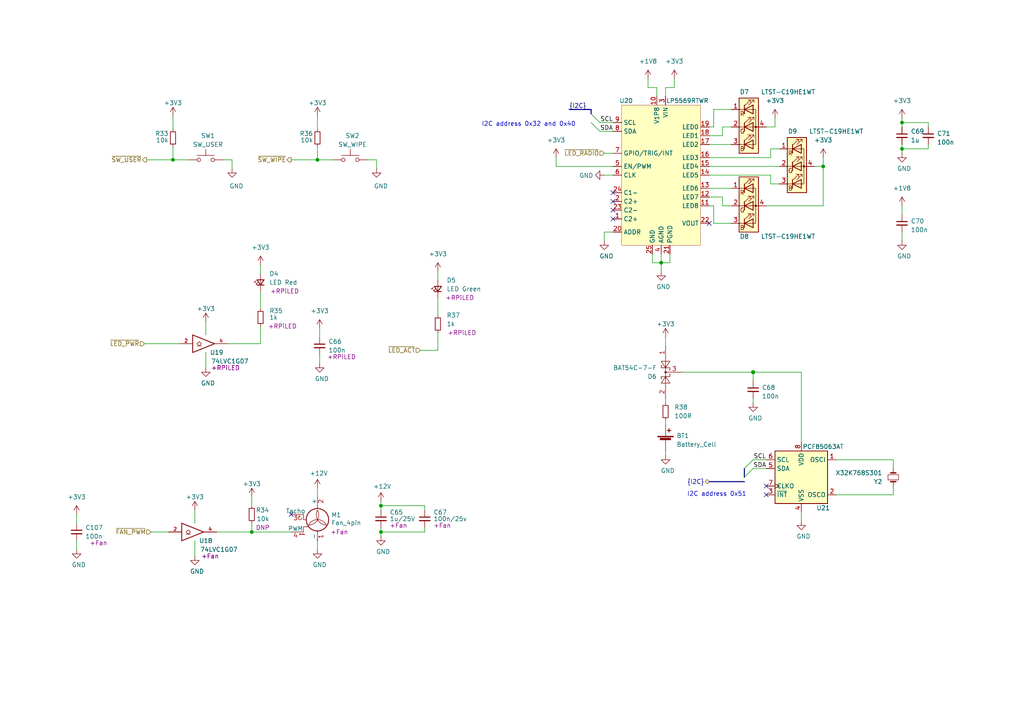
<source format=kicad_sch>
(kicad_sch (version 20210406) (generator eeschema)
  (paper "A4")
  (title_block (title "Control/RTC") (date "2021-01-12") (rev "0.1") (company "Nabu Casa") (comment 1 "www.nabucasa.com") (comment 2 "Light Blue"))
  (lib_symbols
    (symbol "74xGxx:74LVC1G07" (pin_names (offset 1.016))
      (property "Reference" "U" (at -2.54 3.81 0))
      (property "Value" "74LVC1G07" (at 0 -3.81 0))
      (symbol "74LVC1G07_0_1"
        (polyline (pts (xy -2.54 -0.635) (xy -1.27 -0.635)))
        (polyline (pts (xy -3.81 2.54) (xy -3.81 -2.54) (xy 2.54 0) (xy -3.81 2.54)) (stroke (width 0.254)))
        (polyline (pts (xy -1.905 0.635) (xy -2.54 0) (xy -1.905 -0.635) (xy -1.27 0) (xy -1.905 0.635)))
      )
      (symbol "74LVC1G07_1_1"
        (pin input line (at -7.62 0 0) (length 3.81) (name "~") (number "2"))
        (pin power_in line (at 0 -2.54 270) (length 0) hide (name "GND") (number "3"))
        (pin open_collector line (at 6.35 0 180) (length 3.81) (name "~") (number "4"))
        (pin power_in line (at 0 2.54 90) (length 0) hide (name "VCC") (number "5"))
      )
    )
    (symbol "Device:Battery_Cell" (pin_numbers hide) (pin_names (offset 0) hide)
      (property "Reference" "BT" (at 2.54 2.54 0))
      (property "Value" "Battery_Cell" (at 2.54 0 0))
      (symbol "Battery_Cell_0_1"
        (rectangle (start -2.286 1.778) (end 2.286 1.524) (fill (type outline)))
        (rectangle (start -1.5748 1.1938) (end 1.4732 0.6858) (fill (type outline)))
        (polyline (pts (xy 0 0.762) (xy 0 0)))
        (polyline (pts (xy 0 1.778) (xy 0 2.54)))
        (polyline (pts (xy 0.508 3.429) (xy 1.524 3.429)) (stroke (width 0.254)))
        (polyline (pts (xy 1.016 3.937) (xy 1.016 2.921)) (stroke (width 0.254)))
      )
      (symbol "Battery_Cell_1_1"
        (pin passive line (at 0 5.08 270) (length 2.54) (name "+") (number "1"))
        (pin passive line (at 0 -2.54 90) (length 2.54) (name "-") (number "2"))
      )
    )
    (symbol "Device:C_Small" (pin_numbers hide) (pin_names (offset 0.254) hide)
      (property "Reference" "C" (at 0.254 1.778 0))
      (property "Value" "C_Small" (at 0.254 -2.032 0))
      (symbol "C_Small_0_1"
        (polyline (pts (xy -1.524 -0.508) (xy 1.524 -0.508)) (stroke (width 0.3302)))
        (polyline (pts (xy -1.524 0.508) (xy 1.524 0.508)) (stroke (width 0.3048)))
      )
      (symbol "C_Small_1_1"
        (pin passive line (at 0 2.54 270) (length 2.032) (name "~") (number "1"))
        (pin passive line (at 0 -2.54 90) (length 2.032) (name "~") (number "2"))
      )
    )
    (symbol "Device:Crystal_Small" (pin_numbers hide) (pin_names (offset 1.016) hide)
      (property "Reference" "Y" (at 0 2.54 0))
      (property "Value" "Crystal_Small" (at 0 -2.54 0))
      (symbol "Crystal_Small_0_1"
        (rectangle (start -0.762 -1.524) (end 0.762 1.524))
        (polyline (pts (xy -1.27 -0.762) (xy -1.27 0.762)) (stroke (width 0.381)))
        (polyline (pts (xy 1.27 -0.762) (xy 1.27 0.762)) (stroke (width 0.381)))
      )
      (symbol "Crystal_Small_1_1"
        (pin passive line (at -2.54 0 0) (length 1.27) (name "1") (number "1"))
        (pin passive line (at 2.54 0 180) (length 1.27) (name "2") (number "2"))
      )
    )
    (symbol "Device:LED_RGBA" (pin_names (offset 0) hide)
      (property "Reference" "D" (at 0 9.398 0))
      (property "Value" "LED_RGBA" (at 0 -8.89 0))
      (symbol "LED_RGBA_0_0"
        (text "B" (at -1.905 -6.35 0) (effects (font (size 1.27 1.27))))
        (text "G" (at -1.905 -1.27 0) (effects (font (size 1.27 1.27))))
        (text "R" (at -1.905 3.81 0) (effects (font (size 1.27 1.27))))
      )
      (symbol "LED_RGBA_0_1"
        (circle (center 2.032 0) (radius 0.254) (fill (type outline)))
        (rectangle (start 1.27 -1.27) (end 1.27 1.27))
        (rectangle (start 1.27 1.27) (end 1.27 1.27))
        (rectangle (start 1.27 3.81) (end 1.27 6.35))
        (rectangle (start 1.27 6.35) (end 1.27 6.35))
        (rectangle (start 2.794 8.382) (end -2.794 -7.62) (stroke (width 0.254)) (fill (type background)))
        (polyline (pts (xy -1.27 -5.08) (xy -2.54 -5.08)))
        (polyline (pts (xy -1.27 -5.08) (xy 1.27 -5.08)))
        (polyline (pts (xy -1.27 -3.81) (xy -1.27 -6.35)) (stroke (width 0.254)))
        (polyline (pts (xy -1.27 0) (xy -2.54 0)))
        (polyline (pts (xy -1.27 1.27) (xy -1.27 -1.27)) (stroke (width 0.254)))
        (polyline (pts (xy -1.27 5.08) (xy -2.54 5.08)))
        (polyline (pts (xy -1.27 5.08) (xy 1.27 5.08)))
        (polyline (pts (xy -1.27 6.35) (xy -1.27 3.81)) (stroke (width 0.254)))
        (polyline (pts (xy 1.27 0) (xy -1.27 0)))
        (polyline (pts (xy 1.27 0) (xy 2.54 0)))
        (polyline (pts (xy -1.27 1.27) (xy -1.27 -1.27) (xy -1.27 -1.27)))
        (polyline (pts (xy -1.27 6.35) (xy -1.27 3.81) (xy -1.27 3.81)))
        (polyline (pts (xy 1.27 -5.08) (xy 2.032 -5.08) (xy 2.032 5.08) (xy 1.27 5.08)))
        (polyline (pts (xy 1.27 -3.81) (xy 1.27 -6.35) (xy -1.27 -5.08) (xy 1.27 -3.81)) (stroke (width 0.254)))
        (polyline (pts (xy 1.27 1.27) (xy 1.27 -1.27) (xy -1.27 0) (xy 1.27 1.27)) (stroke (width 0.254)))
        (polyline (pts (xy 1.27 6.35) (xy 1.27 3.81) (xy -1.27 5.08) (xy 1.27 6.35)) (stroke (width 0.254)))
        (polyline (pts (xy -1.016 -3.81) (xy 0.508 -2.286) (xy -0.254 -2.286) (xy 0.508 -2.286) (xy 0.508 -3.048)))
        (polyline (pts (xy -1.016 1.27) (xy 0.508 2.794) (xy -0.254 2.794) (xy 0.508 2.794) (xy 0.508 2.032)))
        (polyline (pts (xy -1.016 6.35) (xy 0.508 7.874) (xy -0.254 7.874) (xy 0.508 7.874) (xy 0.508 7.112)))
        (polyline (pts (xy 0 -3.81) (xy 1.524 -2.286) (xy 0.762 -2.286) (xy 1.524 -2.286) (xy 1.524 -3.048)))
        (polyline (pts (xy 0 1.27) (xy 1.524 2.794) (xy 0.762 2.794) (xy 1.524 2.794) (xy 1.524 2.032)))
        (polyline (pts (xy 0 6.35) (xy 1.524 7.874) (xy 0.762 7.874) (xy 1.524 7.874) (xy 1.524 7.112)))
      )
      (symbol "LED_RGBA_1_1"
        (pin passive line (at -5.08 5.08 0) (length 2.54) (name "RK") (number "1"))
        (pin passive line (at -5.08 0 0) (length 2.54) (name "GK") (number "2"))
        (pin passive line (at -5.08 -5.08 0) (length 2.54) (name "BK") (number "3"))
        (pin passive line (at 5.08 0 180) (length 2.54) (name "A") (number "4"))
      )
    )
    (symbol "Device:LED_Small" (pin_numbers hide) (pin_names (offset 0.254) hide)
      (property "Reference" "D" (at -1.27 3.175 0))
      (property "Value" "LED_Small" (at -4.445 -2.54 0))
      (symbol "LED_Small_0_1"
        (polyline (pts (xy -0.762 -1.016) (xy -0.762 1.016)) (stroke (width 0.254)))
        (polyline (pts (xy 1.016 0) (xy -0.762 0)))
        (polyline (pts (xy 0.762 -1.016) (xy -0.762 0) (xy 0.762 1.016) (xy 0.762 -1.016)) (stroke (width 0.254)))
        (polyline (pts (xy 0 0.762) (xy -0.508 1.27) (xy -0.254 1.27) (xy -0.508 1.27) (xy -0.508 1.016)))
        (polyline (pts (xy 0.508 1.27) (xy 0 1.778) (xy 0.254 1.778) (xy 0 1.778) (xy 0 1.524)))
      )
      (symbol "LED_Small_1_1"
        (pin passive line (at -2.54 0 0) (length 1.778) (name "K") (number "1"))
        (pin passive line (at 2.54 0 180) (length 1.778) (name "A") (number "2"))
      )
    )
    (symbol "Device:R_Small" (pin_numbers hide) (pin_names (offset 0.254) hide)
      (property "Reference" "R" (at 0.762 0.508 0))
      (property "Value" "R_Small" (at 0.762 -1.016 0))
      (symbol "R_Small_0_1"
        (rectangle (start -0.762 1.778) (end 0.762 -1.778) (stroke (width 0.2032)))
      )
      (symbol "R_Small_1_1"
        (pin passive line (at 0 2.54 270) (length 0.762) (name "~") (number "1"))
        (pin passive line (at 0 -2.54 90) (length 0.762) (name "~") (number "2"))
      )
    )
    (symbol "Diode:BAT54C" (pin_names (offset 1.016))
      (property "Reference" "D" (at 0.635 -3.81 0))
      (property "Value" "BAT54C" (at -6.35 3.175 0))
      (symbol "BAT54C_0_1"
        (circle (center 0 0) (radius 0.254) (fill (type outline)))
        (polyline (pts (xy -1.905 0) (xy 1.905 0)))
        (polyline (pts (xy -1.905 1.27) (xy -1.905 1.016)))
        (polyline (pts (xy -1.27 -1.27) (xy -0.635 -1.27)))
        (polyline (pts (xy -1.27 0) (xy -3.81 0)))
        (polyline (pts (xy -1.27 1.27) (xy -1.905 1.27)))
        (polyline (pts (xy -1.27 1.27) (xy -1.27 -1.27)))
        (polyline (pts (xy -0.635 -1.27) (xy -0.635 -1.016)))
        (polyline (pts (xy 0.635 -1.27) (xy 0.635 -1.016)))
        (polyline (pts (xy 1.27 -1.27) (xy 0.635 -1.27)))
        (polyline (pts (xy 1.27 1.27) (xy 1.27 -1.27)))
        (polyline (pts (xy 1.27 1.27) (xy 1.905 1.27)))
        (polyline (pts (xy 1.905 1.27) (xy 1.905 1.016)))
        (polyline (pts (xy 3.81 0) (xy 1.27 0)))
        (polyline (pts (xy -3.175 -1.27) (xy -3.175 1.27) (xy -1.27 0) (xy -3.175 -1.27)))
        (polyline (pts (xy 3.175 -1.27) (xy 3.175 1.27) (xy 1.27 0) (xy 3.175 -1.27)))
      )
      (symbol "BAT54C_1_1"
        (pin passive line (at -7.62 0 0) (length 3.81) (name "~") (number "1"))
        (pin passive line (at 7.62 0 180) (length 3.81) (name "~") (number "2"))
        (pin passive line (at 0 -5.08 90) (length 5.08) (name "~") (number "3"))
      )
    )
    (symbol "LightBlue:LP5569"
      (property "Reference" "U" (at -10.16 21.59 0))
      (property "Value" "LP5569" (at 7.62 21.59 0))
      (symbol "LP5569_0_1"
        (rectangle (start -11.43 20.32) (end 11.43 -20.32) (stroke (width 0.0006)) (fill (type background)))
      )
      (symbol "LP5569_1_1"
        (pin input line (at -13.97 -12.7 0) (length 2.54) (name "C2+") (number "1"))
        (pin input line (at -1.27 22.86 270) (length 2.54) (name "V1P8") (number "10"))
        (pin output line (at 13.97 -8.89 180) (length 2.54) (name "LED8") (number "11"))
        (pin output line (at 13.97 -6.35 180) (length 2.54) (name "LED7") (number "12"))
        (pin output line (at 13.97 -3.81 180) (length 2.54) (name "LED6") (number "13"))
        (pin output line (at 13.97 0 180) (length 2.54) (name "LED5") (number "14"))
        (pin output line (at 13.97 2.54 180) (length 2.54) (name "LED4") (number "15"))
        (pin output line (at 13.97 5.08 180) (length 2.54) (name "LED3") (number "16"))
        (pin output line (at 13.97 8.89 180) (length 2.54) (name "LED2") (number "17"))
        (pin output line (at 13.97 11.43 180) (length 2.54) (name "LED1") (number "18"))
        (pin output line (at 13.97 13.97 180) (length 2.54) (name "LED0") (number "19"))
        (pin input line (at -13.97 -7.62 0) (length 2.54) (name "C2+") (number "2"))
        (pin input line (at -13.97 -16.51 0) (length 2.54) (name "ADDR") (number "20"))
        (pin input line (at 2.54 -22.86 90) (length 2.54) (name "PGND") (number "21"))
        (pin output line (at 13.97 -13.97 180) (length 2.54) (name "VOUT") (number "22"))
        (pin input line (at -13.97 -10.16 0) (length 2.54) (name "C2-") (number "23"))
        (pin input line (at -13.97 -5.08 0) (length 2.54) (name "C1-") (number "24"))
        (pin input line (at -2.54 -22.86 90) (length 2.54) (name "GND") (number "25"))
        (pin input line (at 1.27 22.86 270) (length 2.54) (name "VIN") (number "3"))
        (pin input line (at 0 -22.86 90) (length 2.54) (name "AGND") (number "4"))
        (pin input line (at -13.97 2.54 0) (length 2.54) (name "EN/PWM") (number "5"))
        (pin input line (at -13.97 0 0) (length 2.54) (name "CLK") (number "6"))
        (pin input line (at -13.97 6.35 0) (length 2.54) (name "GPIO/TRIG/INT") (number "7"))
        (pin bidirectional line (at -13.97 12.7 0) (length 2.54) (name "SDA") (number "8"))
        (pin input line (at -13.97 15.24 0) (length 2.54) (name "SCL") (number "9"))
      )
    )
    (symbol "Motor:Fan_4pin" (pin_names (offset 0))
      (property "Reference" "M" (at 2.54 5.08 0))
      (property "Value" "Fan_4pin" (at 2.54 -2.54 0))
      (symbol "Fan_4pin_0_0"
        (arc (start -5.588 1.524) (end -5.08 2.032) (radius (at -5.08 1.524) (length 0.508) (angles 180 90)))
        (arc (start -5.588 1.524) (end -4.572 1.524) (radius (at -5.08 1.524) (length 0.508) (angles -179.9 -0.1)))
        (polyline (pts (xy -5.08 2.032) (xy -5.334 2.159)))
        (polyline (pts (xy -5.08 2.032) (xy -5.207 1.778)))
        (polyline (pts (xy -4.064 2.54) (xy -4.064 1.016) (xy -3.302 1.016)))
      )
      (symbol "Fan_4pin_0_1"
        (arc (start 0 3.81) (end -2.54 -0.508) (radius (at -2.4892 2.3876) (length 2.8702) (angles 29.7 -91)))
        (arc (start -2.54 -0.508) (end 2.54 -0.508) (radius (at 0 -1.778) (length 2.8448) (angles 153.4 26.6)))
        (arc (start 2.54 -0.508) (end 0 3.81) (radius (at 2.6162 2.413) (length 2.921) (angles -91.5 151.9)))
        (circle (center 0 1.016) (radius 3.2512) (stroke (width 0.254)))
        (polyline (pts (xy -4.064 2.54) (xy -5.08 2.54)))
        (polyline (pts (xy 0 -5.08) (xy 0 -4.572)))
        (polyline (pts (xy 0 -2.2352) (xy 0 -2.6416)))
        (polyline (pts (xy 0 4.2672) (xy 0 4.6228)))
        (polyline (pts (xy 0 4.572) (xy 0 5.08)))
        (polyline (pts (xy -2.54 -1.016) (xy -4.064 -1.016) (xy -4.064 -2.54) (xy -5.08 -2.54)))
        (polyline (pts (xy -5.334 -3.302) (xy -5.08 -3.302) (xy -5.08 -3.048) (xy -4.826 -3.048) (xy -4.826 -3.302) (xy -4.318 -3.302) (xy -4.318 -3.048) (xy -4.064 -3.048) (xy -4.064 -3.302) (xy -3.556 -3.302)))
      )
      (symbol "Fan_4pin_1_1"
        (pin passive line (at 0 -5.08 90) (length 2.54) (name "-") (number "1"))
        (pin passive line (at 0 7.62 270) (length 2.54) (name "+") (number "2"))
        (pin passive line (at -7.62 2.54 0) (length 2.54) (name "Tacho") (number "3"))
        (pin input line (at -7.62 -2.54 0) (length 2.54) (name "PWM") (number "4"))
      )
    )
    (symbol "Switch:SW_Push" (pin_numbers hide) (pin_names (offset 1.016) hide)
      (property "Reference" "SW" (at 1.27 2.54 0))
      (property "Value" "SW_Push" (at 0 -1.524 0))
      (symbol "SW_Push_0_1"
        (circle (center -2.032 0) (radius 0.508))
        (circle (center 2.032 0) (radius 0.508))
        (polyline (pts (xy 0 1.27) (xy 0 3.048)))
        (polyline (pts (xy 2.54 1.27) (xy -2.54 1.27)))
        (pin passive line (at -5.08 0 0) (length 2.54) (name "1") (number "1"))
        (pin passive line (at 5.08 0 180) (length 2.54) (name "2") (number "2"))
      )
    )
    (symbol "Timer_RTC:PCF8563T"
      (property "Reference" "U" (at -7.62 8.89 0))
      (property "Value" "PCF8563T" (at 2.54 8.89 0))
      (symbol "PCF8563T_0_1"
        (rectangle (start -7.62 7.62) (end 7.62 -7.62) (stroke (width 0.254)) (fill (type background)))
      )
      (symbol "PCF8563T_1_1"
        (pin input line (at -10.16 5.08 0) (length 2.54) (name "OSCI") (number "1"))
        (pin output line (at -10.16 -5.08 0) (length 2.54) (name "OSCO") (number "2"))
        (pin output line (at 10.16 -5.08 180) (length 2.54) (name "~INT~") (number "3"))
        (pin power_in line (at 0 -10.16 90) (length 2.54) (name "VSS") (number "4"))
        (pin bidirectional line (at 10.16 2.54 180) (length 2.54) (name "SDA") (number "5"))
        (pin input line (at 10.16 5.08 180) (length 2.54) (name "SCL") (number "6"))
        (pin output clock (at 10.16 -2.54 180) (length 2.54) (name "CLKO") (number "7"))
        (pin power_in line (at 0 10.16 270) (length 2.54) (name "VDD") (number "8"))
      )
    )
    (symbol "power:+12V" (power) (pin_names (offset 0))
      (property "Value" "+12V" (at 0 3.556 0))
      (symbol "+12V_0_1"
        (polyline (pts (xy -0.762 1.27) (xy 0 2.54)))
        (polyline (pts (xy 0 0) (xy 0 2.54)))
        (polyline (pts (xy 0 2.54) (xy 0.762 1.27)))
      )
      (symbol "+12V_1_1"
        (pin power_in line (at 0 0 90) (length 0) hide (name "+12V") (number "1"))
      )
    )
    (symbol "power:+1V8" (power) (pin_names (offset 0))
      (property "Value" "+1V8" (at 0 3.556 0))
      (symbol "+1V8_0_1"
        (polyline (pts (xy -0.762 1.27) (xy 0 2.54)))
        (polyline (pts (xy 0 0) (xy 0 2.54)))
        (polyline (pts (xy 0 2.54) (xy 0.762 1.27)))
      )
      (symbol "+1V8_1_1"
        (pin power_in line (at 0 0 90) (length 0) hide (name "+1V8") (number "1"))
      )
    )
    (symbol "power:+3V3" (power) (pin_names (offset 0))
      (property "Value" "+3V3" (at 0 3.556 0))
      (symbol "+3V3_0_1"
        (polyline (pts (xy -0.762 1.27) (xy 0 2.54)))
        (polyline (pts (xy 0 0) (xy 0 2.54)))
        (polyline (pts (xy 0 2.54) (xy 0.762 1.27)))
      )
      (symbol "+3V3_1_1"
        (pin power_in line (at 0 0 90) (length 0) hide (name "+3V3") (number "1"))
      )
    )
    (symbol "power:GND" (power) (pin_names (offset 0))
      (property "Value" "GND" (at 0 -3.81 0))
      (symbol "GND_0_1"
        (polyline (pts (xy 0 0) (xy 0 -1.27) (xy 1.27 -1.27) (xy 0 -2.54) (xy -1.27 -1.27) (xy 0 -1.27)))
      )
      (symbol "GND_1_1"
        (pin power_in line (at 0 0 270) (length 0) hide (name "GND") (number "1"))
      )
    )
  )
  (junction (at 50.165 46.355) (diameter 0.9144))
  (junction (at 73.025 154.305) (diameter 0.9144))
  (junction (at 92.075 46.355) (diameter 0.9144))
  (junction (at 110.49 146.685) (diameter 0.9144))
  (junction (at 110.49 154.305) (diameter 0.9144))
  (junction (at 191.77 76.2) (diameter 0.9144))
  (junction (at 218.44 107.95) (diameter 1.016))
  (junction (at 238.76 48.26) (diameter 0.9144))
  (junction (at 261.62 35.56) (diameter 0.9144))
  (junction (at 261.62 43.18) (diameter 0.9144))
  (no_connect (at 84.455 149.225))
  (no_connect (at 177.8 55.88))
  (no_connect (at 177.8 58.42))
  (no_connect (at 177.8 60.96))
  (no_connect (at 177.8 63.5))
  (no_connect (at 205.74 64.77))
  (no_connect (at 222.25 140.97))
  (no_connect (at 222.25 143.51))
  (bus_entry (at 171.45 33.02) (size 2.54 2.54) (stroke (width 0.1524)))
  (bus_entry (at 171.45 35.56) (size 2.54 2.54) (stroke (width 0.1524)))
  (bus_entry (at 215.9 135.89) (size 2.54 -2.54) (stroke (width 0.1524)))
  (bus_entry (at 215.9 138.43) (size 2.54 -2.54) (stroke (width 0.1524)))
  (wire (pts (xy 22.225 149.225) (xy 22.225 151.765)))
  (wire (pts (xy 22.225 156.845) (xy 22.225 159.385)))
  (wire (pts (xy 41.91 99.695) (xy 52.07 99.695)))
  (wire (pts (xy 42.545 46.355) (xy 50.165 46.355)))
  (wire (pts (xy 43.815 154.305) (xy 48.895 154.305)))
  (wire (pts (xy 50.165 37.465) (xy 50.165 33.655)))
  (wire (pts (xy 50.165 42.545) (xy 50.165 46.355)))
  (wire (pts (xy 50.165 46.355) (xy 54.61 46.355)))
  (wire (pts (xy 56.515 147.955) (xy 56.515 151.765)))
  (wire (pts (xy 56.515 156.845) (xy 56.515 161.29)))
  (wire (pts (xy 59.69 93.345) (xy 59.69 97.155)))
  (wire (pts (xy 59.69 102.235) (xy 59.69 106.68)))
  (wire (pts (xy 62.865 154.305) (xy 73.025 154.305)))
  (wire (pts (xy 64.77 46.355) (xy 67.31 46.355)))
  (wire (pts (xy 66.04 99.695) (xy 75.565 99.695)))
  (wire (pts (xy 67.31 46.355) (xy 67.31 48.895)))
  (wire (pts (xy 73.025 146.685) (xy 73.025 144.145)))
  (wire (pts (xy 73.025 151.765) (xy 73.025 154.305)))
  (wire (pts (xy 73.025 154.305) (xy 84.455 154.305)))
  (wire (pts (xy 75.565 76.835) (xy 75.565 79.375)))
  (wire (pts (xy 75.565 84.455) (xy 75.565 89.535)))
  (wire (pts (xy 75.565 99.695) (xy 75.565 94.615)))
  (wire (pts (xy 84.455 46.355) (xy 92.075 46.355)))
  (wire (pts (xy 92.075 37.465) (xy 92.075 33.655)))
  (wire (pts (xy 92.075 42.545) (xy 92.075 46.355)))
  (wire (pts (xy 92.075 46.355) (xy 96.52 46.355)))
  (wire (pts (xy 92.075 141.605) (xy 92.075 144.145)))
  (wire (pts (xy 92.075 156.845) (xy 92.075 159.385)))
  (wire (pts (xy 92.71 95.25) (xy 92.71 97.79)))
  (wire (pts (xy 92.71 102.87) (xy 92.71 105.41)))
  (wire (pts (xy 106.68 46.355) (xy 109.22 46.355)))
  (wire (pts (xy 109.22 46.355) (xy 109.22 48.895)))
  (wire (pts (xy 110.49 145.415) (xy 110.49 146.685)))
  (wire (pts (xy 110.49 146.685) (xy 110.49 147.955)))
  (wire (pts (xy 110.49 146.685) (xy 123.19 146.685)))
  (wire (pts (xy 110.49 153.035) (xy 110.49 154.305)))
  (wire (pts (xy 110.49 154.305) (xy 110.49 155.575)))
  (wire (pts (xy 110.49 154.305) (xy 123.19 154.305)))
  (wire (pts (xy 121.92 101.6) (xy 127 101.6)))
  (wire (pts (xy 123.19 147.955) (xy 123.19 146.685)))
  (wire (pts (xy 123.19 153.035) (xy 123.19 154.305)))
  (wire (pts (xy 127 78.74) (xy 127 81.28)))
  (wire (pts (xy 127 86.36) (xy 127 91.44)))
  (wire (pts (xy 127 96.52) (xy 127 101.6)))
  (wire (pts (xy 161.29 45.72) (xy 161.29 48.26)))
  (wire (pts (xy 161.29 48.26) (xy 177.8 48.26)))
  (wire (pts (xy 175.26 44.45) (xy 177.8 44.45)))
  (wire (pts (xy 175.26 50.8) (xy 177.8 50.8)))
  (wire (pts (xy 175.26 67.31) (xy 177.8 67.31)))
  (wire (pts (xy 175.26 69.85) (xy 175.26 67.31)))
  (wire (pts (xy 177.8 35.56) (xy 173.99 35.56)))
  (wire (pts (xy 177.8 38.1) (xy 173.99 38.1)))
  (wire (pts (xy 187.96 22.86) (xy 187.96 25.4)))
  (wire (pts (xy 187.96 25.4) (xy 190.5 25.4)))
  (wire (pts (xy 189.23 73.66) (xy 189.23 76.2)))
  (wire (pts (xy 189.23 76.2) (xy 191.77 76.2)))
  (wire (pts (xy 190.5 25.4) (xy 190.5 27.94)))
  (wire (pts (xy 191.77 73.66) (xy 191.77 76.2)))
  (wire (pts (xy 191.77 76.2) (xy 191.77 78.74)))
  (wire (pts (xy 191.77 76.2) (xy 194.31 76.2)))
  (wire (pts (xy 193.04 25.4) (xy 193.04 27.94)))
  (wire (pts (xy 193.04 97.79) (xy 193.04 100.33)))
  (wire (pts (xy 193.04 115.57) (xy 193.04 116.84)))
  (wire (pts (xy 193.04 121.92) (xy 193.04 123.19)))
  (wire (pts (xy 193.04 130.81) (xy 193.04 132.08)))
  (wire (pts (xy 194.31 76.2) (xy 194.31 73.66)))
  (wire (pts (xy 195.58 22.86) (xy 195.58 25.4)))
  (wire (pts (xy 195.58 25.4) (xy 193.04 25.4)))
  (wire (pts (xy 198.12 107.95) (xy 218.44 107.95)))
  (wire (pts (xy 205.74 36.83) (xy 207.01 36.83)))
  (wire (pts (xy 205.74 39.37) (xy 209.55 39.37)))
  (wire (pts (xy 205.74 41.91) (xy 212.09 41.91)))
  (wire (pts (xy 205.74 45.72) (xy 223.52 45.72)))
  (wire (pts (xy 205.74 48.26) (xy 226.06 48.26)))
  (wire (pts (xy 205.74 50.8) (xy 223.52 50.8)))
  (wire (pts (xy 205.74 54.61) (xy 212.09 54.61)))
  (wire (pts (xy 205.74 57.15) (xy 209.55 57.15)))
  (wire (pts (xy 205.74 59.69) (xy 207.01 59.69)))
  (wire (pts (xy 207.01 31.75) (xy 212.09 31.75)))
  (wire (pts (xy 207.01 36.83) (xy 207.01 31.75)))
  (wire (pts (xy 207.01 59.69) (xy 207.01 64.77)))
  (wire (pts (xy 207.01 64.77) (xy 212.09 64.77)))
  (wire (pts (xy 209.55 36.83) (xy 212.09 36.83)))
  (wire (pts (xy 209.55 39.37) (xy 209.55 36.83)))
  (wire (pts (xy 209.55 57.15) (xy 209.55 59.69)))
  (wire (pts (xy 209.55 59.69) (xy 212.09 59.69)))
  (wire (pts (xy 218.44 107.95) (xy 218.44 110.49)))
  (wire (pts (xy 218.44 107.95) (xy 232.41 107.95)))
  (wire (pts (xy 218.44 115.57) (xy 218.44 116.84)))
  (wire (pts (xy 222.25 36.83) (xy 224.79 36.83)))
  (wire (pts (xy 222.25 59.69) (xy 238.76 59.69)))
  (wire (pts (xy 222.25 133.35) (xy 218.44 133.35)))
  (wire (pts (xy 222.25 135.89) (xy 218.44 135.89)))
  (wire (pts (xy 223.52 43.18) (xy 226.06 43.18)))
  (wire (pts (xy 223.52 45.72) (xy 223.52 43.18)))
  (wire (pts (xy 223.52 50.8) (xy 223.52 53.34)))
  (wire (pts (xy 223.52 53.34) (xy 226.06 53.34)))
  (wire (pts (xy 224.79 34.29) (xy 224.79 36.83)))
  (wire (pts (xy 232.41 107.95) (xy 232.41 128.27)))
  (wire (pts (xy 232.41 148.59) (xy 232.41 151.13)))
  (wire (pts (xy 236.22 48.26) (xy 238.76 48.26)))
  (wire (pts (xy 238.76 48.26) (xy 238.76 45.72)))
  (wire (pts (xy 238.76 59.69) (xy 238.76 48.26)))
  (wire (pts (xy 242.57 133.35) (xy 259.08 133.35)))
  (wire (pts (xy 242.57 143.51) (xy 259.08 143.51)))
  (wire (pts (xy 259.08 135.89) (xy 259.08 133.35)))
  (wire (pts (xy 259.08 140.97) (xy 259.08 143.51)))
  (wire (pts (xy 261.62 34.29) (xy 261.62 35.56)))
  (wire (pts (xy 261.62 35.56) (xy 261.62 36.83)))
  (wire (pts (xy 261.62 41.91) (xy 261.62 43.18)))
  (wire (pts (xy 261.62 43.18) (xy 261.62 44.45)))
  (wire (pts (xy 261.62 43.18) (xy 269.24 43.18)))
  (wire (pts (xy 261.62 59.69) (xy 261.62 62.23)))
  (wire (pts (xy 261.62 67.31) (xy 261.62 69.85)))
  (wire (pts (xy 269.24 35.56) (xy 261.62 35.56)))
  (wire (pts (xy 269.24 36.83) (xy 269.24 35.56)))
  (wire (pts (xy 269.24 41.91) (xy 269.24 43.18)))
  (bus (pts (xy 165.1 31.75) (xy 171.45 31.75)))
  (bus (pts (xy 171.45 31.75) (xy 171.45 35.56)))
  (bus (pts (xy 215.9 135.89) (xy 215.9 139.7)))
  (bus (pts (xy 215.9 139.7) (xy 205.74 139.7)))
  (text "I2C address 0x32 and 0x40" (at 139.7 36.83 0) (effects (font (size 1.27 1.27)) (justify left bottom)))
  (text "I2C address 0x51" (at 216.535 144.145 180) (effects (font (size 1.27 1.27)) (justify right bottom)))
  (label "{I2C}" (at 165.1 31.75 0))
  (label "SCL" (at 177.8 35.56 180))
  (label "SDA" (at 177.8 38.1 180))
  (label "SCL" (at 222.25 133.35 180))
  (label "SDA" (at 222.25 135.89 180))
  (hierarchical_label "~LED_PWR" (shape input) (at 41.91 99.695 180))
  (hierarchical_label "~SW_USER" (shape output) (at 42.545 46.355 180))
  (hierarchical_label "~FAN_PWM" (shape input) (at 43.815 154.305 180))
  (hierarchical_label "~SW_WIPE" (shape output) (at 84.455 46.355 180))
  (hierarchical_label "~LED_ACT" (shape input) (at 121.92 101.6 180))
  (hierarchical_label "~LED_RADIO" (shape input) (at 175.26 44.45 180))
  (hierarchical_label "{I2C}" (shape bidirectional) (at 205.74 139.7 180))
  (symbol (lib_id "power:+3V3") (at 22.225 149.225 0) (unit 1)
    (property "Reference" "#PWR027" (effects hide))
    (property "Value" "+3V3" (at 22.225 144.145 0))
  )
  (symbol (lib_id "power:+3V3") (at 50.165 33.655 0) (unit 1)
    (property "Reference" "#PWR0114" (effects hide))
    (property "Value" "+3V3" (at 50.165 29.845 0))
  )
  (symbol (lib_id "power:+3V3") (at 56.515 147.955 0) (unit 1)
    (property "Reference" "#PWR0115" (effects hide))
    (property "Value" "+3V3" (at 56.515 144.145 0))
  )
  (symbol (lib_id "power:+3V3") (at 59.69 93.345 0) (unit 1)
    (property "Reference" "#PWR0117" (effects hide))
    (property "Value" "+3V3" (at 59.69 89.535 0))
  )
  (symbol (lib_id "power:+3V3") (at 73.025 144.145 0) (unit 1)
    (property "Reference" "#PWR0120" (effects hide))
    (property "Value" "+3V3" (at 73.025 140.335 0))
  )
  (symbol (lib_id "power:+3V3") (at 75.565 76.835 0) (unit 1)
    (property "Reference" "#PWR0121" (effects hide))
    (property "Value" "+3V3" (at 75.565 71.755 0))
  )
  (symbol (lib_id "power:+3V3") (at 92.075 33.655 0) (unit 1)
    (property "Reference" "#PWR0122" (effects hide))
    (property "Value" "+3V3" (at 92.075 29.845 0))
  )
  (symbol (lib_id "power:+12V") (at 92.075 141.605 0) (unit 1)
    (property "Reference" "#PWR0123" (effects hide))
    (property "Value" "+12V" (at 92.4433 137.2806 0))
  )
  (symbol (lib_id "power:+3V3") (at 92.71 95.25 0) (unit 1)
    (property "Reference" "#PWR0129" (effects hide))
    (property "Value" "+3V3" (at 92.71 90.17 0))
  )
  (symbol (lib_id "power:+12V") (at 110.49 145.415 0) (unit 1)
    (property "Reference" "#PWR0126" (effects hide))
    (property "Value" "+12V" (at 110.8583 141.0906 0))
  )
  (symbol (lib_id "power:+3V3") (at 127 78.74 0) (unit 1)
    (property "Reference" "#PWR0128" (effects hide))
    (property "Value" "+3V3" (at 127 73.66 0))
  )
  (symbol (lib_id "power:+3V3") (at 161.29 45.72 0) (unit 1)
    (property "Reference" "#PWR0131" (effects hide))
    (property "Value" "+3V3" (at 161.29 40.64 0))
  )
  (symbol (lib_id "power:+1V8") (at 187.96 22.86 0) (unit 1)
    (property "Reference" "#PWR0134" (effects hide))
    (property "Value" "+1V8" (at 187.96 17.78 0))
  )
  (symbol (lib_id "power:+3V3") (at 193.04 97.79 0) (unit 1)
    (property "Reference" "#PWR0136" (effects hide))
    (property "Value" "+3V3" (at 193.04 93.98 0))
  )
  (symbol (lib_id "power:+3V3") (at 195.58 22.86 0) (unit 1)
    (property "Reference" "#PWR0138" (effects hide))
    (property "Value" "+3V3" (at 195.58 17.78 0))
  )
  (symbol (lib_id "power:+3V3") (at 224.79 34.29 0) (unit 1)
    (property "Reference" "#PWR0140" (effects hide))
    (property "Value" "+3V3" (at 224.79 29.21 0))
  )
  (symbol (lib_id "power:+3V3") (at 238.76 45.72 0) (unit 1)
    (property "Reference" "#PWR0142" (effects hide))
    (property "Value" "+3V3" (at 238.76 40.64 0))
  )
  (symbol (lib_id "power:+3V3") (at 261.62 34.29 0) (unit 1)
    (property "Reference" "#PWR0143" (effects hide))
    (property "Value" "+3V3" (at 261.62 29.21 0))
  )
  (symbol (lib_id "power:+1V8") (at 261.62 59.69 0) (unit 1)
    (property "Reference" "#PWR0145" (effects hide))
    (property "Value" "+1V8" (at 261.62 54.61 0))
  )
  (symbol (lib_id "power:GND") (at 22.225 159.385 0) (unit 1)
    (property "Reference" "#PWR0196" (effects hide))
    (property "Value" "GND" (at 22.86 163.83 0))
  )
  (symbol (lib_id "power:GND") (at 56.515 161.29 0) (unit 1)
    (property "Reference" "#PWR0116" (effects hide))
    (property "Value" "GND" (at 57.15 165.735 0))
  )
  (symbol (lib_id "power:GND") (at 59.69 106.68 0) (unit 1)
    (property "Reference" "#PWR0118" (effects hide))
    (property "Value" "GND" (at 60.325 111.125 0))
  )
  (symbol (lib_id "power:GND") (at 67.31 48.895 0) (unit 1)
    (property "Reference" "#PWR0119" (effects hide))
    (property "Value" "GND" (at 68.58 53.975 0))
  )
  (symbol (lib_id "power:GND") (at 92.075 159.385 0) (unit 1)
    (property "Reference" "#PWR0124" (effects hide))
    (property "Value" "GND" (at 92.71 163.83 0))
  )
  (symbol (lib_id "power:GND") (at 92.71 105.41 0) (unit 1)
    (property "Reference" "#PWR0130" (effects hide))
    (property "Value" "GND" (at 93.345 109.855 0))
  )
  (symbol (lib_id "power:GND") (at 109.22 48.895 0) (unit 1)
    (property "Reference" "#PWR0125" (effects hide))
    (property "Value" "GND" (at 110.49 53.975 0))
  )
  (symbol (lib_id "power:GND") (at 110.49 155.575 0) (unit 1)
    (property "Reference" "#PWR0127" (effects hide))
    (property "Value" "GND" (at 111.125 160.02 0))
  )
  (symbol (lib_id "power:GND") (at 175.26 50.8 270) (unit 1)
    (property "Reference" "#PWR0132" (effects hide))
    (property "Value" "GND" (at 172.085 50.9143 90) (effects (justify right)))
  )
  (symbol (lib_id "power:GND") (at 175.26 69.85 0) (unit 1)
    (property "Reference" "#PWR0133" (effects hide))
    (property "Value" "GND" (at 175.895 74.295 0))
  )
  (symbol (lib_id "power:GND") (at 191.77 78.74 0) (unit 1)
    (property "Reference" "#PWR0135" (effects hide))
    (property "Value" "GND" (at 192.405 83.185 0))
  )
  (symbol (lib_id "power:GND") (at 193.04 132.08 0) (unit 1)
    (property "Reference" "#PWR0137" (effects hide))
    (property "Value" "GND" (at 193.675 136.525 0))
  )
  (symbol (lib_id "power:GND") (at 218.44 116.84 0) (unit 1)
    (property "Reference" "#PWR0139" (effects hide))
    (property "Value" "GND" (at 219.075 121.285 0))
  )
  (symbol (lib_id "power:GND") (at 232.41 151.13 0) (unit 1)
    (property "Reference" "#PWR0141" (effects hide))
    (property "Value" "GND" (at 233.045 155.575 0))
  )
  (symbol (lib_id "power:GND") (at 261.62 44.45 0) (unit 1)
    (property "Reference" "#PWR0144" (effects hide))
    (property "Value" "GND" (at 262.255 48.895 0))
  )
  (symbol (lib_id "power:GND") (at 261.62 69.85 0) (unit 1)
    (property "Reference" "#PWR0146" (effects hide))
    (property "Value" "GND" (at 262.255 74.295 0))
  )
  (symbol (lib_id "Device:R_Small") (at 50.165 40.005 180) (unit 1)
    (property "Reference" "R33" (at 48.895 38.735 0) (effects (justify left)))
    (property "Value" "10k" (at 48.895 40.64 0) (effects (justify left)))
    (property "Footprint" "Resistor_SMD:R_0402_1005Metric" (effects hide))
  )
  (symbol (lib_id "Device:R_Small") (at 73.025 149.225 180) (unit 1)
    (property "Reference" "R34" (at 78.105 147.955 0) (effects (justify left)))
    (property "Value" "10k" (at 78.105 150.495 0) (effects (justify left)))
    (property "Footprint" "Resistor_SMD:R_0402_1005Metric" (effects hide))
    (property "Config" "DNP" (at 76.2 153.035 0))
  )
  (symbol (lib_id "Device:R_Small") (at 75.565 92.075 0) (unit 1)
    (property "Reference" "R35" (at 78.105 90.17 0) (effects (justify left)))
    (property "Value" "1k" (at 78.105 92.075 0) (effects (justify left)))
    (property "Footprint" "Resistor_SMD:R_0402_1005Metric" (effects hide))
    (property "Config" "+RPiLED" (at 81.915 94.615 0))
  )
  (symbol (lib_id "Device:R_Small") (at 92.075 40.005 180) (unit 1)
    (property "Reference" "R36" (at 90.805 38.735 0) (effects (justify left)))
    (property "Value" "10k" (at 90.805 40.64 0) (effects (justify left)))
    (property "Footprint" "Resistor_SMD:R_0402_1005Metric" (effects hide))
  )
  (symbol (lib_id "Device:R_Small") (at 127 93.98 0) (unit 1)
    (property "Reference" "R37" (at 129.54 91.44 0) (effects (justify left)))
    (property "Value" "1k" (at 129.54 93.98 0) (effects (justify left)))
    (property "Footprint" "Resistor_SMD:R_0402_1005Metric" (effects hide))
    (property "Config" "+RPiLED" (at 133.985 96.52 0))
  )
  (symbol (lib_id "Device:R_Small") (at 193.04 119.38 0) (unit 1)
    (property "Reference" "R38" (at 195.58 118.11 0) (effects (justify left)))
    (property "Value" "100R" (at 195.58 120.65 0) (effects (justify left)))
    (property "Footprint" "Resistor_SMD:R_0402_1005Metric" (effects hide))
  )
  (symbol (lib_id "Device:LED_Small") (at 75.565 81.915 90) (unit 1)
    (property "Reference" "D4" (at 78.105 79.375 90) (effects (justify right)))
    (property "Value" "LED Red" (at 78.105 81.915 90) (effects (justify right)))
    (property "Footprint" "LED_SMD:LED_0603_1608Metric" (effects hide))
    (property "Manufacturer" "Lite-On" (effects hide))
    (property "PartNumber" "LTST-C194KRKT" (effects hide))
    (property "Config" "+RPiLED" (at 82.55 84.455 90))
  )
  (symbol (lib_id "Device:LED_Small") (at 127 83.82 90) (unit 1)
    (property "Reference" "D5" (at 129.54 81.28 90) (effects (justify right)))
    (property "Value" "LED Green" (at 129.54 83.82 90) (effects (justify right)))
    (property "Footprint" "LED_SMD:LED_0603_1608Metric" (effects hide))
    (property "Manufacturer" "Lite-On" (effects hide))
    (property "PartNumber" "LTST-C194TGKT" (effects hide))
    (property "Config" "+RPiLED" (at 133.35 86.36 90))
  )
  (symbol (lib_id "Device:Crystal_Small") (at 259.08 138.43 270) (unit 1)
    (property "Reference" "Y2" (at 255.905 139.7 90) (effects (justify right)))
    (property "Value" "X32K768S301" (at 255.905 137.16 90) (effects (justify right)))
    (property "Footprint" "Crystal:Crystal_SMD_3215-2Pin_3.2x1.5mm" (effects hide))
    (property "Manufacturer" "Epson" (effects hide))
    (property "PartNumber" "FC-135 32.7680KA-A3" (effects hide))
  )
  (symbol (lib_id "Device:C_Small") (at 22.225 154.305 0) (unit 1)
    (property "Reference" "C107" (at 24.765 153.035 0) (effects (justify left)))
    (property "Value" "100n" (at 24.765 155.575 0) (effects (justify left)))
    (property "Footprint" "Capacitor_SMD:C_0402_1005Metric" (effects hide))
    (property "Config" "+Fan" (at 28.575 157.48 0))
  )
  (symbol (lib_id "Device:C_Small") (at 92.71 100.33 0) (unit 1)
    (property "Reference" "C66" (at 95.25 99.06 0) (effects (justify left)))
    (property "Value" "100n" (at 95.25 101.6 0) (effects (justify left)))
    (property "Footprint" "Capacitor_SMD:C_0402_1005Metric" (effects hide))
    (property "Config" "+RPiLED" (at 99.06 103.505 0))
  )
  (symbol (lib_id "Device:C_Small") (at 110.49 150.495 0) (unit 1)
    (property "Reference" "C65" (at 113.03 148.59 0) (effects (justify left)))
    (property "Value" "1u/25V" (at 113.03 150.495 0) (effects (justify left)))
    (property "Footprint" "Capacitor_SMD:C_0402_1005Metric" (effects hide))
    (property "Config" "+Fan" (at 115.57 152.4 0))
  )
  (symbol (lib_id "Device:C_Small") (at 123.19 150.495 0) (unit 1)
    (property "Reference" "C67" (at 125.73 148.59 0) (effects (justify left)))
    (property "Value" "100n/25v" (at 125.73 150.495 0) (effects (justify left)))
    (property "Footprint" "Capacitor_SMD:C_0402_1005Metric" (effects hide))
    (property "Config" "+Fan" (at 128.27 152.4 0))
  )
  (symbol (lib_id "Device:C_Small") (at 218.44 113.03 0) (unit 1)
    (property "Reference" "C68" (at 220.98 112.395 0) (effects (justify left)))
    (property "Value" "100n" (at 220.98 114.935 0) (effects (justify left)))
    (property "Footprint" "Capacitor_SMD:C_0402_1005Metric" (effects hide))
  )
  (symbol (lib_id "Device:C_Small") (at 261.62 39.37 0) (unit 1)
    (property "Reference" "C69" (at 264.16 38.1 0) (effects (justify left)))
    (property "Value" "1u" (at 264.16 40.64 0) (effects (justify left)))
    (property "Footprint" "Capacitor_SMD:C_0402_1005Metric" (effects hide))
  )
  (symbol (lib_id "Device:C_Small") (at 261.62 64.77 0) (unit 1)
    (property "Reference" "C70" (at 264.16 64.135 0) (effects (justify left)))
    (property "Value" "100n" (at 264.16 66.675 0) (effects (justify left)))
    (property "Footprint" "Capacitor_SMD:C_0402_1005Metric" (effects hide))
  )
  (symbol (lib_id "Device:C_Small") (at 269.24 39.37 0) (unit 1)
    (property "Reference" "C71" (at 271.78 38.735 0) (effects (justify left)))
    (property "Value" "100n" (at 271.78 41.275 0) (effects (justify left)))
    (property "Footprint" "Capacitor_SMD:C_0402_1005Metric" (effects hide))
  )
  (symbol (lib_id "Device:Battery_Cell") (at 193.04 128.27 0) (unit 1)
    (property "Reference" "BT1" (at 196.215 126.365 0) (effects (justify left)))
    (property "Value" "Battery_Cell" (at 196.215 128.905 0) (effects (justify left)))
    (property "Footprint" "Battery:BatteryHolder_Keystone_1060_1x2032" (effects hide))
    (property "Manufacturer" "Keystone" (effects hide))
    (property "PartNumber" "1060" (effects hide))
  )
  (symbol (lib_id "Switch:SW_Push") (at 59.69 46.355 0) (unit 1)
    (property "Reference" "SW1" (at 60.325 39.37 0))
    (property "Value" "SW_USER" (at 60.325 41.91 0))
    (property "Footprint" "Button_Switch_THT:SW_Tactile_SPST_Angled_PTS645Vx83-2LFS" (effects hide))
    (property "Manufacturer" "C&K" (effects hide))
    (property "PartNumber" "PTS645VM83-2 LFS" (effects hide))
  )
  (symbol (lib_id "Switch:SW_Push") (at 101.6 46.355 0) (unit 1)
    (property "Reference" "SW2" (at 102.235 39.37 0))
    (property "Value" "SW_WIPE" (at 102.235 41.91 0))
    (property "Footprint" "Button_Switch_THT:SW_Tactile_SPST_Angled_PTS645Vx58-2LFS" (effects hide))
    (property "Manufacturer" "C&K" (effects hide))
    (property "PartNumber" "PTS645VK58-2 LFS" (effects hide))
  )
  (symbol (lib_id "74xGxx:74LVC1G07") (at 56.515 154.305 0) (unit 1)
    (property "Reference" "U18" (at 59.69 156.845 0))
    (property "Value" "74LVC1G07" (at 63.5 159.385 0))
    (property "Footprint" "Package_TO_SOT_SMD:SOT-353_SC-70-5" (effects hide))
    (property "Datasheet" "http://www.ti.com/lit/sg/scyt129e/scyt129e.pdf" (effects hide))
    (property "Manufacturer" "NXP USA" (effects hide))
    (property "PartNumber" "74LVC1G07GW" (effects hide))
    (property "Config" "+Fan" (at 60.96 161.29 0))
  )
  (symbol (lib_id "74xGxx:74LVC1G07") (at 59.69 99.695 0) (unit 1)
    (property "Reference" "U19" (at 62.865 102.235 0))
    (property "Value" "74LVC1G07" (at 66.675 104.775 0))
    (property "Footprint" "Package_TO_SOT_SMD:SOT-353_SC-70-5" (effects hide))
    (property "Datasheet" "http://www.ti.com/lit/sg/scyt129e/scyt129e.pdf" (effects hide))
    (property "Manufacturer" "NXP USA" (effects hide))
    (property "PartNumber" "74LVC1G07GW" (effects hide))
    (property "Config" "+RPiLED" (at 65.405 106.68 0))
  )
  (symbol (lib_id "Diode:BAT54C") (at 193.04 107.95 90) (mirror x) (unit 1)
    (property "Reference" "D6" (at 190.5 109.22 90) (effects (justify left)))
    (property "Value" "BAT54C-7-F" (at 190.5 106.68 90) (effects (justify left)))
    (property "Footprint" "Package_TO_SOT_SMD:SOT-23" (effects hide))
    (property "Datasheet" "http://www.diodes.com/_files/datasheets/ds11005.pdf" (effects hide))
    (property "Manufacturer" "Diodes Incorporated" (effects hide))
    (property "PartNumber" "BAT54C-7-F" (effects hide))
  )
  (symbol (lib_id "Motor:Fan_4pin") (at 92.075 151.765 0) (unit 1)
    (property "Reference" "M1" (at 96.0883 149.3456 0) (effects (justify left)))
    (property "Value" "Fan_4pin" (at 96.0883 151.6443 0) (effects (justify left)))
    (property "Footprint" "Connector:FanPinHeader_1x04_P2.54mm_Vertical" (effects hide))
    (property "Datasheet" "http://www.formfactors.org/developer%5Cspecs%5Crev1_2_public.pdf" (effects hide))
    (property "Manufacturer" "Molex" (effects hide))
    (property "PartNumber" "47053-1000" (effects hide))
    (property "Config" "+Fan" (at 98.425 154.305 0))
  )
  (symbol (lib_id "Device:LED_RGBA") (at 217.17 36.83 0) (unit 1)
    (property "Reference" "D7" (at 215.9 26.67 0))
    (property "Value" "LTST-C19HE1WT" (at 228.6 26.67 0))
    (property "Footprint" "LED_SMD:LED_LiteOn_LTST-C19HE1WT" (effects hide))
    (property "Datasheet" "https://www.mouser.ch/datasheet/2/678/SMB-KTF0-0A306-DS100_2017-09-15-1279410.pdf" (effects hide))
    (property "Manufacturer" "Lite-On" (effects hide))
    (property "PartNumber" "C19HE1WT" (effects hide))
  )
  (symbol (lib_id "Device:LED_RGBA") (at 217.17 59.69 0) (unit 1)
    (property "Reference" "D8" (at 215.9 68.58 0))
    (property "Value" "LTST-C19HE1WT" (at 228.6 68.58 0))
    (property "Footprint" "LED_SMD:LED_LiteOn_LTST-C19HE1WT" (effects hide))
    (property "Datasheet" "https://www.mouser.ch/datasheet/2/678/SMB-KTF0-0A306-DS100_2017-09-15-1279410.pdf" (effects hide))
    (property "Manufacturer" "Lite-On" (effects hide))
    (property "PartNumber" "C19HE1WT" (effects hide))
  )
  (symbol (lib_id "Device:LED_RGBA") (at 231.14 48.26 0) (unit 1)
    (property "Reference" "D9" (at 229.87 38.1 0))
    (property "Value" "LTST-C19HE1WT" (at 242.57 38.1 0))
    (property "Footprint" "LED_SMD:LED_LiteOn_LTST-C19HE1WT" (effects hide))
    (property "Datasheet" "https://www.mouser.ch/datasheet/2/678/SMB-KTF0-0A306-DS100_2017-09-15-1279410.pdf" (effects hide))
    (property "Manufacturer" "Lite-On" (effects hide))
    (property "PartNumber" "C19HE1WT" (effects hide))
  )
  (symbol (lib_id "Timer_RTC:PCF8563T") (at 232.41 138.43 0) (mirror y) (unit 1)
    (property "Reference" "U21" (at 238.76 147.32 0))
    (property "Value" "PCF85063AT" (at 238.76 129.54 0))
    (property "Footprint" "Package_SO:SOIC-8_3.9x4.9mm_P1.27mm" (effects hide))
    (property "Datasheet" "https://assets.nexperia.com/documents/data-sheet/PCF8563.pdf" (effects hide))
    (property "Manufacturer" "NXP USA" (effects hide))
    (property "PartNumber" "PCF85063AT/AY" (effects hide))
  )
  (symbol (lib_id "LightBlue:LP5569") (at 191.77 50.8 0) (unit 1)
    (property "Reference" "U20" (at 181.61 29.21 0))
    (property "Value" "LP5569RTWR" (at 199.39 29.21 0))
    (property "Footprint" "Package_DFN_QFN:WQFN-24-1EP_4x4mm_P0.5mm_EP2.45x2.45mm" (effects hide))
    (property "Datasheet" "https://www.ti.com/lit/ds/symlink/lp5569.pdf" (effects hide))
    (property "Manufacturer" "Texas Instruments" (effects hide))
    (property "PartNumber" "LP5569RTWR" (effects hide))
  )
)
</source>
